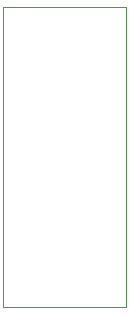
<source format=gbr>
%TF.GenerationSoftware,KiCad,Pcbnew,(5.1.6)-1*%
%TF.CreationDate,2020-08-25T10:54:11-06:00*%
%TF.ProjectId,SMA_Tester,534d415f-5465-4737-9465-722e6b696361,rev?*%
%TF.SameCoordinates,Original*%
%TF.FileFunction,Profile,NP*%
%FSLAX46Y46*%
G04 Gerber Fmt 4.6, Leading zero omitted, Abs format (unit mm)*
G04 Created by KiCad (PCBNEW (5.1.6)-1) date 2020-08-25 10:54:11*
%MOMM*%
%LPD*%
G01*
G04 APERTURE LIST*
%TA.AperFunction,Profile*%
%ADD10C,0.050000*%
%TD*%
G04 APERTURE END LIST*
D10*
X135890000Y-76581000D02*
X135890000Y-101981000D01*
X146304000Y-76581000D02*
X135890000Y-76581000D01*
X146304000Y-101981000D02*
X146304000Y-76581000D01*
X135890000Y-101981000D02*
X146304000Y-101981000D01*
M02*

</source>
